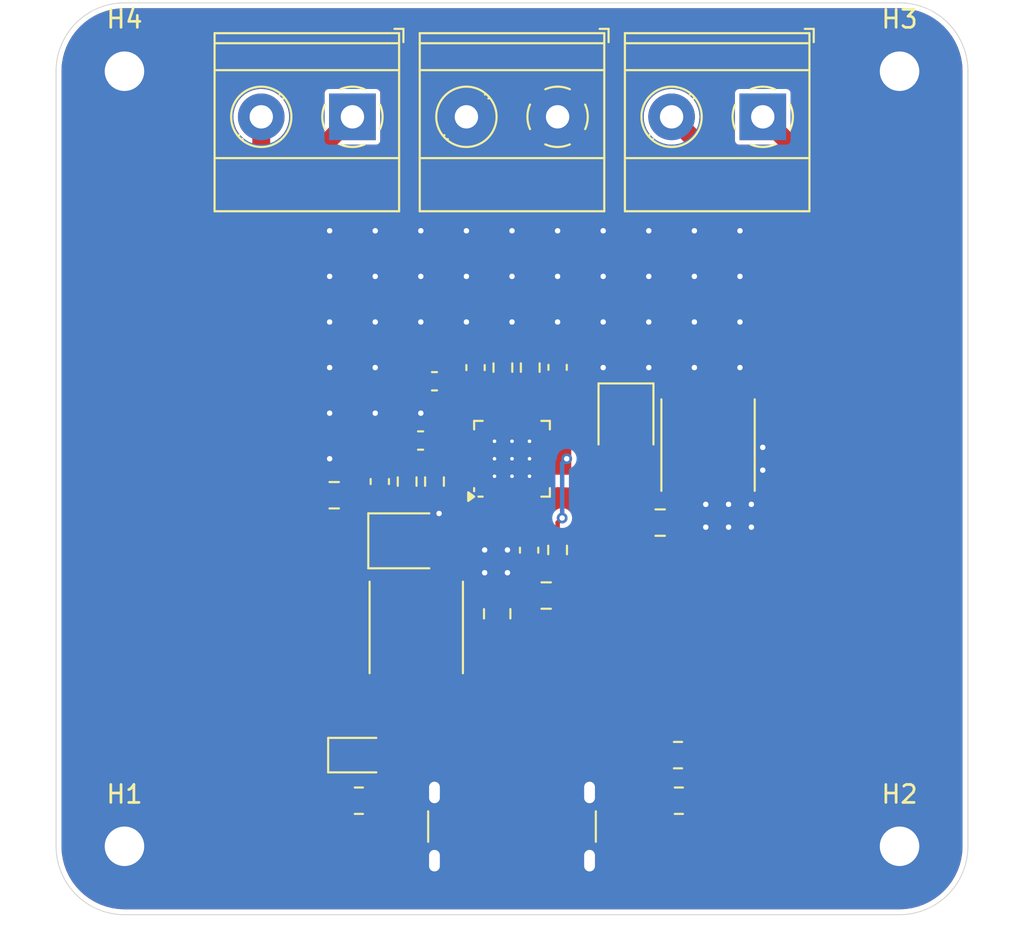
<source format=kicad_pcb>
(kicad_pcb (version 20240108) (generator "pcbnew") (generator_version "8.0")
  (layers (0 "F.Cu" signal) (31 "B.Cu" signal) (34 "B.Paste" user) (35 "F.Paste" user) (36 "B.SilkS" user "B.Silkscreen") (37 "F.SilkS" user "F.Silkscreen") (38 "B.Mask" user) (39 "F.Mask" user) (44 "Edge.Cuts" user))
  (net 0 "")
  (net 1 "VBUS")
  (net 2 "GND")
  (net 3 "+15V")
  (net 4 "-15V")
  (net 5 "Net-(U1-CP)")
  (net 6 "Net-(U1-CN)")
  (net 7 "Net-(U1-VREF)")
  (net 8 "Net-(U1-FBP)")
  (net 9 "Net-(U1-FBN)")
  (net 10 "/inp")
  (net 11 "/outn")
  (net 12 "Net-(D3-K)")
  (net 13 "Net-(J1-CC1)")
  (net 14 "Net-(J1-CC2)")
  (net 18 "/enn")
  (footprint "MountingHole:MountingHole_2.2mm_M2_DIN965_Pad_TopBottom" (layer "F.Cu") (at 130.81 123.19)
    (property "Reference" "H1" (at 0 -2.9 0) (layer "F.SilkS"))
    (property "Value" "MountingHole_Pad")
    (pad "1" thru_hole circle (at 0 0) (size 2.6 2.6) (drill 2.2) (layers "*.Cu" "*.Mask") (net 2 "GND"))
    (pad "1" connect circle (at 0 0) (size 3.8 3.8) (layers "F.Cu" "F.Mask") (net 2 "GND"))
    (pad "1" connect circle (at 0 0) (size 3.8 3.8) (layers "B.Cu" "B.Mask") (net 2 "GND"))
  )
  (footprint "Resistor_SMD:R_0603_1608Metric" (layer "F.Cu") (at 153.416 96.52 -90)
    (property "Reference" "R3" (hide yes))
    (property "Value" "1M3")
    (fp_line (start -0.237258 0.5225) (end 0.237258 0.5225) (stroke (width 0.12)) (layer "F.SilkS"))
    (fp_line (start -0.237258 -0.5225) (end 0.237258 -0.5225) (stroke (width 0.12)) (layer "F.SilkS"))
    (pad "1" smd roundrect (at -0.825 0 270) (size 0.8 0.95) (layers "F.Cu" "F.Paste" "F.Mask") (net 9 "Net-(U1-FBN)"))
    (pad "2" smd roundrect (at 0.825 0 270) (size 0.8 0.95) (layers "F.Cu" "F.Paste" "F.Mask") (net 4 "-15V"))
  )
  (footprint "Capacitor_SMD:C_0805_2012Metric" (layer "F.Cu") (at 142.494 103.632 180)
    (property "Reference" "C4" (hide yes))
    (property "Value" "22u")
    (fp_line (start -0.261252 0.735) (end 0.261252 0.735) (stroke (width 0.12)) (layer "F.SilkS"))
    (fp_line (start -0.261252 -0.735) (end 0.261252 -0.735) (stroke (width 0.12)) (layer "F.SilkS"))
    (pad "1" smd roundrect (at -0.95 0 180) (size 1 1.45) (layers "F.Cu" "F.Paste" "F.Mask") (net 3 "+15V"))
    (pad "2" smd roundrect (at 0.95 0 180) (size 1 1.45) (layers "F.Cu" "F.Paste" "F.Mask") (net 2 "GND"))
  )
  (footprint "Inductor_SMD:L_Taiyo-Yuden_MD-5050" (layer "F.Cu") (at 163.322 100.838 -90)
    (property "Reference" "L2" (hide yes))
    (property "Value" "6u8")
    (fp_line (start -2.55 2.6) (end 2.55 2.6) (stroke (width 0.12)) (layer "F.SilkS"))
    (fp_line (start -2.55 -2.6) (end 2.55 -2.6) (stroke (width 0.12)) (layer "F.SilkS"))
    (pad "1" smd rect (at -1.8 0 270) (size 1.5 4.2) (layers "F.Cu" "F.Paste" "F.Mask") (net 11 "/outn"))
    (pad "2" smd rect (at 1.8 0 270) (size 1.5 4.2) (layers "F.Cu" "F.Paste" "F.Mask") (net 2 "GND"))
  )
  (footprint "Resistor_SMD:R_0603_1608Metric" (layer "F.Cu") (at 148.082 102.87 -90)
    (property "Reference" "R2" (hide yes))
    (property "Value" "150k")
    (fp_line (start -0.237258 0.5225) (end 0.237258 0.5225) (stroke (width 0.12)) (layer "F.SilkS"))
    (fp_line (start -0.237258 -0.5225) (end 0.237258 -0.5225) (stroke (width 0.12)) (layer "F.SilkS"))
    (pad "1" smd roundrect (at -0.825 0 270) (size 0.8 0.95) (layers "F.Cu" "F.Paste" "F.Mask") (net 8 "Net-(U1-FBP)"))
    (pad "2" smd roundrect (at 0.825 0 270) (size 0.8 0.95) (layers "F.Cu" "F.Paste" "F.Mask") (net 2 "GND"))
  )
  (footprint "Diode_SMD:D_SMP_DO-220AA" (layer "F.Cu") (at 158.75 99.6935 -90)
    (property "Reference" "D2" (hide yes))
    (property "Value" "D_Schottky")
    (fp_line (start -2.29 1.53) (end 1.11 1.53) (stroke (width 0.12)) (layer "F.SilkS"))
    (fp_line (start -2.29 -1.53) (end -2.29 1.53) (stroke (width 0.12)) (layer "F.SilkS"))
    (fp_line (start -2.29 -1.53) (end 1.11 -1.53) (stroke (width 0.12)) (layer "F.SilkS"))
    (pad "1" smd roundrect (at -0.6985 0 270) (size 2.67 2.54) (layers "F.Cu" "F.Paste" "F.Mask") (roundrect_rratio 0.05) (net 11 "/outn"))
    (pad "2" smd roundrect (at 1.6525 0 270) (size 0.762 1.27) (layers "F.Cu" "F.Paste" "F.Mask") (roundrect_rratio 0.1) (net 4 "-15V"))
  )
  (footprint "Diode_SMD:D_SMP_DO-220AA" (layer "F.Cu") (at 146.6835 106.172)
    (property "Reference" "D1" (hide yes))
    (property "Value" "D_Schottky")
    (fp_line (start -2.29 -1.53) (end -2.29 1.53) (stroke (width 0.12)) (layer "F.SilkS"))
    (fp_line (start -2.29 -1.53) (end 1.11 -1.53) (stroke (width 0.12)) (layer "F.SilkS"))
    (fp_line (start -2.29 1.53) (end 1.11 1.53) (stroke (width 0.12)) (layer "F.SilkS"))
    (pad "1" smd roundrect (at -0.6985 0) (size 2.67 2.54) (layers "F.Cu" "F.Paste" "F.Mask") (roundrect_rratio 0.05) (net 3 "+15V"))
    (pad "2" smd roundrect (at 1.6525 0) (size 0.762 1.27) (layers "F.Cu" "F.Paste" "F.Mask") (roundrect_rratio 0.1) (net 10 "/inp"))
  )
  (footprint "Resistor_SMD:R_0603_1608Metric" (layer "F.Cu") (at 151.892 96.52 -90)
    (property "Reference" "R4" (hide yes))
    (property "Value" "105k")
    (fp_line (start -0.237258 0.5225) (end 0.237258 0.5225) (stroke (width 0.12)) (layer "F.SilkS"))
    (fp_line (start -0.237258 -0.5225) (end 0.237258 -0.5225) (stroke (width 0.12)) (layer "F.SilkS"))
    (pad "1" smd roundrect (at -0.825 0 270) (size 0.8 0.95) (layers "F.Cu" "F.Paste" "F.Mask") (net 7 "Net-(U1-VREF)"))
    (pad "2" smd roundrect (at 0.825 0 270) (size 0.8 0.95) (layers "F.Cu" "F.Paste" "F.Mask") (net 9 "Net-(U1-FBN)"))
  )
  (footprint "TerminalBlock_Phoenix:TerminalBlock_Phoenix_MKDS-1,5-2-5.08_1x02_P5.08mm_Horizontal" (layer "F.Cu") (at 166.37 82.55 180)
    (property "Reference" "J4" (hide yes))
    (property "Value" "Screw_Terminal_01x02")
    (fp_line (start 7.68 -5.261) (end 7.68 4.66) (stroke (width 0.12)) (layer "F.SilkS"))
    (fp_line (start 6.355 -1.069) (end 6.308 -1.023) (stroke (width 0.12)) (layer "F.SilkS"))
    (fp_line (start 6.15 -1.275) (end 6.115 -1.239) (stroke (width 0.12)) (layer "F.SilkS"))
    (fp_line (start 4.046 1.239) (end 4.011 1.274) (stroke (width 0.12)) (layer "F.SilkS"))
    (fp_line (start 3.853 1.023) (end 3.806 1.069) (stroke (width 0.12)) (layer "F.SilkS"))
    (fp_line (start -2.6 4.66) (end 7.68 4.66) (stroke (width 0.12)) (layer "F.SilkS"))
    (fp_line (start -2.6 4.1) (end 7.68 4.1) (stroke (width 0.12)) (layer "F.SilkS"))
    (fp_line (start -2.6 2.6) (end 7.68 2.6) (stroke (width 0.12)) (layer "F.SilkS"))
    (fp_line (start -2.6 -2.301) (end 7.68 -2.301) (stroke (width 0.12)) (layer "F.SilkS"))
    (fp_line (start -2.6 -5.261) (end 7.68 -5.261) (stroke (width 0.12)) (layer "F.SilkS"))
    (fp_line (start -2.6 -5.261) (end -2.6 4.66) (stroke (width 0.12)) (layer "F.SilkS"))
    (fp_line (start -2.84 4.9) (end -2.34 4.9) (stroke (width 0.12)) (layer "F.SilkS"))
    (fp_line (start -2.84 4.16) (end -2.84 4.9) (stroke (width 0.12)) (layer "F.SilkS"))
    (fp_arc (start 1.535427 -0.683042) (mid 1.680501 0.000524) (end 1.535 0.684) (stroke (width 0.12)) (layer "F.SilkS"))
    (fp_arc (start 0.683318 1.534756) (mid 0.349292 1.643288) (end 0 1.68) (stroke (width 0.12)) (layer "F.SilkS"))
    (fp_arc (start 0.028805 1.680253) (mid -0.335551 1.646659) (end -0.684 1.535) (stroke (width 0.12)) (layer "F.SilkS"))
    (fp_arc (start -0.683042 -1.535427) (mid 0.000524 -1.680501) (end 0.684 -1.535) (stroke (width 0.12)) (layer "F.SilkS"))
    (fp_arc (start -1.535427 0.683042) (mid -1.680501 -0.000524) (end -1.535 -0.684) (stroke (width 0.12)) (layer "F.SilkS"))
    (fp_circle (center 5.08 0) (end 6.76 0) (stroke (width 0.12)) (fill none) (layer "F.SilkS"))
    (pad "1" thru_hole rect (at 0 0 180) (size 2.6 2.6) (drill 1.3) (layers "*.Cu" "*.Mask") (net 4 "-15V"))
    (pad "2" thru_hole circle (at 5.08 0 180) (size 2.6 2.6) (drill 1.3) (layers "*.Cu" "*.Mask") (net 4 "-15V"))
  )
  (footprint "Capacitor_SMD:C_0603_1608Metric" (layer "F.Cu") (at 153.353 106.693 -90)
    (property "Reference" "C3" (hide yes))
    (property "Value" "100n")
    (fp_line (start -0.14058 0.51) (end 0.14058 0.51) (stroke (width 0.12)) (layer "F.SilkS"))
    (fp_line (start -0.14058 -0.51) (end 0.14058 -0.51) (stroke (width 0.12)) (layer "F.SilkS"))
    (pad "1" smd roundrect (at -0.775 0 270) (size 0.9 0.95) (layers "F.Cu" "F.Paste" "F.Mask") (net 18 "/enn"))
    (pad "2" smd roundrect (at 0.775 0 270) (size 0.9 0.95) (layers "F.Cu" "F.Paste" "F.Mask") (net 2 "GND"))
  )
  (footprint "MountingHole:MountingHole_2.2mm_M2_DIN965_Pad_TopBottom" (layer "F.Cu") (at 130.81 80.01)
    (property "Reference" "H4" (at 0 -2.9 0) (layer "F.SilkS"))
    (property "Value" "MountingHole_Pad")
    (pad "1" thru_hole circle (at 0 0) (size 2.6 2.6) (drill 2.2) (layers "*.Cu" "*.Mask") (net 2 "GND"))
    (pad "1" connect circle (at 0 0) (size 3.8 3.8) (layers "F.Cu" "F.Mask") (net 2 "GND"))
    (pad "1" connect circle (at 0 0) (size 3.8 3.8) (layers "B.Cu" "B.Mask") (net 2 "GND"))
  )
  (footprint "Capacitor_SMD:C_0805_2012Metric" (layer "F.Cu") (at 160.655 105.156)
    (property "Reference" "C5" (hide yes))
    (property "Value" "22u")
    (fp_line (start -0.261252 -0.735) (end 0.261252 -0.735) (stroke (width 0.12)) (layer "F.SilkS"))
    (fp_line (start -0.261252 0.735) (end 0.261252 0.735) (stroke (width 0.12)) (layer "F.SilkS"))
    (pad "1" smd roundrect (at -0.95 0) (size 1 1.45) (layers "F.Cu" "F.Paste" "F.Mask") (net 4 "-15V"))
    (pad "2" smd roundrect (at 0.95 0) (size 1 1.45) (layers "F.Cu" "F.Paste" "F.Mask") (net 2 "GND"))
  )
  (footprint "Resistor_SMD:R_0805_2012Metric" (layer "F.Cu") (at 143.8675 120.65 180)
    (property "Reference" "R10" (hide yes))
    (property "Value" "5k1")
    (fp_line (start -0.227064 0.735) (end 0.227064 0.735) (stroke (width 0.12)) (layer "F.SilkS"))
    (fp_line (start -0.227064 -0.735) (end 0.227064 -0.735) (stroke (width 0.12)) (layer "F.SilkS"))
    (pad "1" smd roundrect (at -0.9125 0 180) (size 1.025 1.4) (layers "F.Cu" "F.Paste" "F.Mask") (roundrect_rratio 0.243902) (net 2 "GND"))
    (pad "2" smd roundrect (at 0.9125 0 180) (size 1.025 1.4) (layers "F.Cu" "F.Paste" "F.Mask") (roundrect_rratio 0.243902) (net 12 "Net-(D3-K)"))
  )
  (footprint "Capacitor_SMD:C_0603_1608Metric" (layer "F.Cu") (at 154.94 96.507 -90)
    (property "Reference" "C10" (hide yes))
    (property "Value" "5p8")
    (fp_line (start -0.14058 0.51) (end 0.14058 0.51) (stroke (width 0.12)) (layer "F.SilkS"))
    (fp_line (start -0.14058 -0.51) (end 0.14058 -0.51) (stroke (width 0.12)) (layer "F.SilkS"))
    (pad "1" smd roundrect (at -0.775 0 270) (size 0.9 0.95) (layers "F.Cu" "F.Paste" "F.Mask") (net 9 "Net-(U1-FBN)"))
    (pad "2" smd roundrect (at 0.775 0 270) (size 0.9 0.95) (layers "F.Cu" "F.Paste" "F.Mask") (net 4 "-15V"))
  )
  (footprint "Package_DFN_QFN:VQFN-24-1EP_4x4mm_P0.5mm_EP2.45x2.45mm_ThermalVias" (layer "F.Cu") (at 152.4 101.6 90)
    (property "Reference" "U1" (hide yes))
    (property "Value" "TPS65131RGE")
    (fp_line (start 2.11 -2.11) (end 2.11 -1.635) (stroke (width 0.12)) (layer "F.SilkS"))
    (fp_line (start 1.635 -2.11) (end 2.11 -2.11) (stroke (width 0.12)) (layer "F.SilkS"))
    (fp_line (start -1.635 -2.11) (end -1.81 -2.11) (stroke (width 0.12)) (layer "F.SilkS"))
    (fp_line (start -2.11 -1.635) (end -2.11 -1.87) (stroke (width 0.12)) (layer "F.SilkS"))
    (fp_line (start 2.11 2.11) (end 2.11 1.635) (stroke (width 0.12)) (layer "F.SilkS"))
    (fp_line (start 1.635 2.11) (end 2.11 2.11) (stroke (width 0.12)) (layer "F.SilkS"))
    (fp_line (start -1.635 2.11) (end -2.11 2.11) (stroke (width 0.12)) (layer "F.SilkS"))
    (fp_line (start -2.11 2.11) (end -2.11 1.635) (stroke (width 0.12)) (layer "F.SilkS"))
    (fp_poly (pts (xy -2.11 -2.11) (xy -2.35 -2.44) (xy -1.87 -2.44) (xy -2.11 -2.11)) (stroke (width 0.12)) (fill solid) (layer "F.SilkS"))
    (pad "1" smd roundrect (at -1.9875 -1.25 90) (size 0.775 0.25) (layers "F.Cu" "F.Paste" "F.Mask") (net 10 "/inp"))
    (pad "2" smd roundrect (at -1.9875 -0.75 90) (size 0.775 0.25) (layers "F.Cu" "F.Paste" "F.Mask") (net 2 "GND"))
    (pad "3" smd roundrect (at -1.9875 -0.25 90) (size 0.775 0.25) (layers "F.Cu" "F.Paste" "F.Mask") (net 2 "GND"))
    (pad "4" smd roundrect (at -1.9875 0.25 90) (size 0.775 0.25) (layers "F.Cu" "F.Paste" "F.Mask") (net 18 "/enn"))
    (pad "5" smd roundrect (at -1.9875 0.75 90) (size 0.775 0.25) (layers "F.Cu" "F.Paste" "F.Mask") (net 1 "VBUS"))
    (pad "6" smd roundrect (at -1.9875 1.25 90) (size 0.775 0.25) (layers "F.Cu" "F.Paste" "F.Mask") (net 1 "VBUS"))
    (pad "7" smd roundrect (at -1.25 1.9875 90) (size 0.25 0.775) (layers "F.Cu" "F.Paste" "F.Mask"))
    (pad "8" smd roundrect (at -0.75 1.9875 90) (size 0.25 0.775) (layers "F.Cu" "F.Paste" "F.Mask") (net 18 "/enn"))
    (pad "9" smd roundrect (at -0.25 1.9875 90) (size 0.25 0.775) (layers "F.Cu" "F.Paste" "F.Mask") (net 18 "/enn"))
    (pad "10" smd roundrect (at 0.25 1.9875 90) (size 0.25 0.775) (layers "F.Cu" "F.Paste" "F.Mask") (net 18 "/enn"))
    (pad "11" smd roundrect (at 0.75 1.9875 90) (size 0.25 0.775) (layers "F.Cu" "F.Paste" "F.Mask") (net 18 "/enn"))
    (pad "12" smd roundrect (at 1.25 1.9875 90) (size 0.25 0.775) (layers "F.Cu" "F.Paste" "F.Mask"))
    (pad "13" smd roundrect (at 1.9875 1.25 90) (size 0.775 0.25) (layers "F.Cu" "F.Paste" "F.Mask") (net 11 "/outn"))
    (pad "14" smd roundrect (at 1.9875 0.75 90) (size 0.775 0.25) (layers "F.Cu" "F.Paste" "F.Mask") (net 11 "/outn"))
    (pad "15" smd roundrect (at 1.9875 0.25 90) (size 0.775 0.25) (layers "F.Cu" "F.Paste" "F.Mask") (net 4 "-15V"))
    (pad "16" smd roundrect (at 1.9875 -0.25 90) (size 0.775 0.25) (layers "F.Cu" "F.Paste" "F.Mask") (net 9 "Net-(U1-FBN)"))
    (pad "17" smd roundrect (at 1.9875 -0.75 90) (size 0.775 0.25) (layers "F.Cu" "F.Paste" "F.Mask") (net 7 "Net-(U1-VREF)"))
    (pad "18" smd roundrect (at 1.9875 -1.25 90) (size 0.775 0.25) (layers "F.Cu" "F.Paste" "F.Mask") (net 6 "Net-(U1-CN)"))
    (pad "19" smd roundrect (at 1.25 -1.9875 90) (size 0.25 0.775) (layers "F.Cu" "F.Paste" "F.Mask") (net 2 "GND"))
    (pad "20" smd roundrect (at 0.75 -1.9875 90) (size 0.25 0.775) (layers "F.Cu" "F.Paste" "F.Mask"))
    (pad "21" smd roundrect (at 0.25 -1.9875 90) (size 0.25 0.775) (layers "F.Cu" "F.Paste" "F.Mask") (net 5 "Net-(U1-CP)"))
    (pad "22" smd roundrect (at -0.25 -1.9875 90) (size 0.25 0.775) (layers "F.Cu" "F.Paste" "F.Mask") (net 8 "Net-(U1-FBP)"))
    (pad "23" smd roundrect (at -0.75 -1.9875 90) (size 0.25 0.775) (layers "F.Cu" "F.Paste" "F.Mask") (net 3 "+15V"))
    (pad "24" smd roundrect (at -1.25 -1.9875 90) (size 0.25 0.775) (layers "F.Cu" "F.Paste" "F.Mask") (net 10 "/inp"))
    (pad "25" thru_hole circle (at -0.975 -0.975 90) (size 0.5 0.5) (drill 0.2) (property pad_prop_heatsink) (layers "*.Cu") (net 2 "GND"))
    (pad "25" thru_hole circle (at -0.975 0 90) (size 0.5 0.5) (drill 0.2) (property pad_prop_heatsink) (layers "*.Cu") (net 2 "GND"))
    (pad "25" thru_hole circle (at -0.975 0.975 90) (size 0.5 0.5) (drill 0.2) (property pad_prop_heatsink) (layers "*.Cu") (net 2 "GND"))
    (pad "25" thru_hole circle (at 0 -0.975 90) (size 0.5 0.5) (drill 0.2) (property pad_prop_heatsink) (layers "*.Cu") (net 2 "GND"))
    (pad "25" thru_hole circle (at 0 0 90) (size 0.5 0.5) (drill 0.2) (property pad_prop_heatsink) (layers "*.Cu") (net 2 "GND"))
    (pad "25" smd rect (at 0 0 90) (size 2.45 2.45) (property pad_prop_heatsink) (layers "F.Cu" "F.Mask") (net 2 "GND"))
    (pad "25" smd rect (at 0 0 90) (size 2.45 2.45) (property pad_prop_heatsink) (layers "B.Cu") (net 2 "GND"))
    (pad "25" thru_hole circle (at 0 0.975 90) (size 0.5 0.5) (drill 0.2) (property pad_prop_heatsink) (layers "*.Cu") (net 2 "GND"))
    (pad "25" thru_hole circle (at 0.975 -0.975 90) (size 0.5 0.5) (drill 0.2) (property pad_prop_heatsink) (layers "*.Cu") (net 2 "GND"))
    (pad "25" thru_hole circle (at 0.975 0 90) (size 0.5 0.5) (drill 0.2) (property pad_prop_heatsink) (layers "*.Cu") (net 2 "GND"))
    (pad "25" thru_hole circle (at 0.975 0.975 90) (size 0.5 0.5) (drill 0.2) (property pad_prop_heatsink) (layers "*.Cu") (net 2 "GND"))
  )
  (footprint "Inductor_SMD:L_Taiyo-Yuden_MD-5050" (layer "F.Cu") (at 147.066 110.998 90)
    (property "Reference" "L1" (hide yes))
    (property "Value" "6u8")
    (fp_line (start -2.55 -2.6) (end 2.55 -2.6) (stroke (width 0.12)) (layer "F.SilkS"))
    (fp_line (start -2.55 2.6) (end 2.55 2.6) (stroke (width 0.12)) (layer "F.SilkS"))
    (pad "1" smd rect (at -1.8 0 90) (size 1.5 4.2) (layers "F.Cu" "F.Paste" "F.Mask") (net 1 "VBUS"))
    (pad "2" smd rect (at 1.8 0 90) (size 1.5 4.2) (layers "F.Cu" "F.Paste" "F.Mask") (net 10 "/inp"))
  )
  (footprint "Capacitor_SMD:C_0603_1608Metric" (layer "F.Cu") (at 150.368 96.52 90)
    (property "Reference" "C8" (hide yes))
    (property "Value" "220n")
    (fp_line (start -0.14058 -0.51) (end 0.14058 -0.51) (stroke (width 0.12)) (layer "F.SilkS"))
    (fp_line (start -0.14058 0.51) (end 0.14058 0.51) (stroke (width 0.12)) (layer "F.SilkS"))
    (pad "1" smd roundrect (at -0.775 0 90) (size 0.9 0.95) (layers "F.Cu" "F.Paste" "F.Mask") (net 7 "Net-(U1-VREF)"))
    (pad "2" smd roundrect (at 0.775 0 90) (size 0.9 0.95) (layers "F.Cu" "F.Paste" "F.Mask") (net 2 "GND"))
  )
  (footprint "Capacitor_SMD:C_0603_1608Metric" (layer "F.Cu") (at 147.307 100.584 180)
    (property "Reference" "C6" (hide yes))
    (property "Value" "10n")
    (fp_line (start -0.14058 0.51) (end 0.14058 0.51) (stroke (width 0.12)) (layer "F.SilkS"))
    (fp_line (start -0.14058 -0.51) (end 0.14058 -0.51) (stroke (width 0.12)) (layer "F.SilkS"))
    (pad "1" smd roundrect (at -0.775 0 180) (size 0.9 0.95) (layers "F.Cu" "F.Paste" "F.Mask") (net 5 "Net-(U1-CP)"))
    (pad "2" smd roundrect (at 0.775 0 180) (size 0.9 0.95) (layers "F.Cu" "F.Paste" "F.Mask") (net 2 "GND"))
  )
  (footprint "Capacitor_SMD:C_0603_1608Metric" (layer "F.Cu") (at 148.082 97.282 180)
    (property "Reference" "C7" (hide yes))
    (property "Value" "4.7n")
    (fp_line (start -0.14058 0.51) (end 0.14058 0.51) (stroke (width 0.12)) (layer "F.SilkS"))
    (fp_line (start -0.14058 -0.51) (end 0.14058 -0.51) (stroke (width 0.12)) (layer "F.SilkS"))
    (pad "1" smd roundrect (at -0.775 0 180) (size 0.9 0.95) (layers "F.Cu" "F.Paste" "F.Mask") (net 6 "Net-(U1-CN)"))
    (pad "2" smd roundrect (at 0.775 0 180) (size 0.9 0.95) (layers "F.Cu" "F.Paste" "F.Mask") (net 2 "GND"))
  )
  (footprint "Resistor_SMD:R_0603_1608Metric" (layer "F.Cu") (at 154.94 106.68 90)
    (property "Reference" "R7" (hide yes))
    (property "Value" "100")
    (fp_line (start -0.237258 -0.5225) (end 0.237258 -0.5225) (stroke (width 0.12)) (layer "F.SilkS"))
    (fp_line (start -0.237258 0.5225) (end 0.237258 0.5225) (stroke (width 0.12)) (layer "F.SilkS"))
    (pad "1" smd roundrect (at -0.825 0 90) (size 0.8 0.95) (layers "F.Cu" "F.Paste" "F.Mask") (net 1 "VBUS"))
    (pad "2" smd roundrect (at 0.825 0 90) (size 0.8 0.95) (layers "F.Cu" "F.Paste" "F.Mask") (net 18 "/enn"))
  )
  (footprint "LED_SMD:LED_0805_2012Metric" (layer "F.Cu") (at 143.8425 118.11)
    (property "Reference" "D3" (hide yes))
    (property "Value" "LED")
    (fp_line (start -1.685 -0.96) (end -1.685 0.96) (stroke (width 0.12)) (layer "F.SilkS"))
    (fp_line (start -1.685 0.96) (end 1 0.96) (stroke (width 0.12)) (layer "F.SilkS"))
    (fp_line (start 1 -0.96) (end -1.685 -0.96) (stroke (width 0.12)) (layer "F.SilkS"))
    (pad "1" smd roundrect (at -0.9375 0) (size 0.975 1.4) (layers "F.Cu" "F.Paste" "F.Mask") (net 12 "Net-(D3-K)"))
    (pad "2" smd roundrect (at 0.9375 0) (size 0.975 1.4) (layers "F.Cu" "F.Paste" "F.Mask") (net 1 "VBUS"))
  )
  (footprint "Resistor_SMD:R_0603_1608Metric" (layer "F.Cu") (at 146.558 102.87 90)
    (property "Reference" "R1" (hide yes))
    (property "Value" "1M7")
    (fp_line (start -0.237258 -0.5225) (end 0.237258 -0.5225) (stroke (width 0.12)) (layer "F.SilkS"))
    (fp_line (start -0.237258 0.5225) (end 0.237258 0.5225) (stroke (width 0.12)) (layer "F.SilkS"))
    (pad "1" smd roundrect (at -0.825 0 90) (size 0.8 0.95) (layers "F.Cu" "F.Paste" "F.Mask") (net 3 "+15V"))
    (pad "2" smd roundrect (at 0.825 0 90) (size 0.8 0.95) (layers "F.Cu" "F.Paste" "F.Mask") (net 8 "Net-(U1-FBP)"))
  )
  (footprint "Resistor_SMD:R_0805_2012Metric" (layer "F.Cu") (at 161.6945 120.65)
    (property "Reference" "R9" (hide yes))
    (property "Value" "5k1")
    (fp_line (start -0.227064 -0.735) (end 0.227064 -0.735) (stroke (width 0.12)) (layer "F.SilkS"))
    (fp_line (start -0.227064 0.735) (end 0.227064 0.735) (stroke (width 0.12)) (layer "F.SilkS"))
    (pad "1" smd roundrect (at -0.9125 0) (size 1.025 1.4) (layers "F.Cu" "F.Paste" "F.Mask") (roundrect_rratio 0.243902) (net 13 "Net-(J1-CC1)"))
    (pad "2" smd roundrect (at 0.9125 0) (size 1.025 1.4) (layers "F.Cu" "F.Paste" "F.Mask") (roundrect_rratio 0.243902) (net 2 "GND"))
  )
  (footprint "Capacitor_SMD:C_0805_2012Metric" (layer "F.Cu") (at 154.303 109.22 180)
    (property "Reference" "C2" (hide yes))
    (property "Value" "4u7")
    (fp_line (start -0.261252 0.735) (end 0.261252 0.735) (stroke (width 0.12)) (layer "F.SilkS"))
    (fp_line (start -0.261252 -0.735) (end 0.261252 -0.735) (stroke (width 0.12)) (layer "F.SilkS"))
    (pad "1" smd roundrect (at -0.95 0 180) (size 1 1.45) (layers "F.Cu" "F.Paste" "F.Mask") (net 1 "VBUS"))
    (pad "2" smd roundrect (at 0.95 0 180) (size 1 1.45) (layers "F.Cu" "F.Paste" "F.Mask") (net 2 "GND"))
  )
  (footprint "Capacitor_SMD:C_0603_1608Metric" (layer "F.Cu") (at 145.034 102.87 90)
    (property "Reference" "C9" (hide yes))
    (property "Value" "4p")
    (fp_line (start -0.14058 -0.51) (end 0.14058 -0.51) (stroke (width 0.12)) (layer "F.SilkS"))
    (fp_line (start -0.14058 0.51) (end 0.14058 0.51) (stroke (width 0.12)) (layer "F.SilkS"))
    (pad "1" smd roundrect (at -0.775 0 90) (size 0.9 0.95) (layers "F.Cu" "F.Paste" "F.Mask") (net 3 "+15V"))
    (pad "2" smd roundrect (at 0.775 0 90) (size 0.9 0.95) (layers "F.Cu" "F.Paste" "F.Mask") (net 8 "Net-(U1-FBP)"))
  )
  (footprint "MountingHole:MountingHole_2.2mm_M2_DIN965_Pad_TopBottom" (layer "F.Cu") (at 173.99 80.01)
    (property "Reference" "H3" (at 0 -2.9 0) (layer "F.SilkS"))
    (property "Value" "MountingHole_Pad")
    (pad "1" thru_hole circle (at 0 0) (size 2.6 2.6) (drill 2.2) (layers "*.Cu" "*.Mask") (net 2 "GND"))
    (pad "1" connect circle (at 0 0) (size 3.8 3.8) (layers "F.Cu" "F.Mask") (net 2 "GND"))
    (pad "1" connect circle (at 0 0) (size 3.8 3.8) (layers "B.Cu" "B.Mask") (net 2 "GND"))
  )
  (footprint "Capacitor_SMD:C_0805_2012Metric" (layer "F.Cu") (at 151.575 110.236 90)
    (property "Reference" "C1" (hide yes))
    (property "Value" "4u7")
    (fp_line (start -0.261252 -0.735) (end 0.261252 -0.735) (stroke (width 0.12)) (layer "F.SilkS"))
    (fp_line (start -0.261252 0.735) (end 0.261252 0.735) (stroke (width 0.12)) (layer "F.SilkS"))
    (pad "1" smd roundrect (at -0.95 0 90) (size 1 1.45) (layers "F.Cu" "F.Paste" "F.Mask") (net 1 "VBUS"))
    (pad "2" smd roundrect (at 0.95 0 90) (size 1 1.45) (layers "F.Cu" "F.Paste" "F.Mask") (net 2 "GND"))
  )
  (footprint "TerminalBlock_Phoenix:TerminalBlock_Phoenix_MKDS-1,5-2-5.08_1x02_P5.08mm_Horizontal" (layer "F.Cu") (at 143.51 82.55 180)
    (property "Reference" "J2" (hide yes))
    (property "Value" "Screw_Terminal_01x02")
    (fp_line (start 7.68 -5.261) (end 7.68 4.66) (stroke (width 0.12)) (layer "F.SilkS"))
    (fp_line (start 6.355 -1.069) (end 6.308 -1.023) (stroke (width 0.12)) (layer "F.SilkS"))
    (fp_line (start 6.15 -1.275) (end 6.115 -1.239) (stroke (width 0.12)) (layer "F.SilkS"))
    (fp_line (start 4.046 1.239) (end 4.011 1.274) (stroke (width 0.12)) (layer "F.SilkS"))
    (fp_line (start 3.853 1.023) (end 3.806 1.069) (stroke (width 0.12)) (layer "F.SilkS"))
    (fp_line (start -2.6 4.66) (end 7.68 4.66) (stroke (width 0.12)) (layer "F.SilkS"))
    (fp_line (start -2.6 4.1) (end 7.68 4.1) (stroke (width 0.12)) (layer "F.SilkS"))
    (fp_line (start -2.6 2.6) (end 7.68 2.6) (stroke (width 0.12)) (layer "F.SilkS"))
    (fp_line (start -2.6 -2.301) (end 7.68 -2.301) (stroke (width 0.12)) (layer "F.SilkS"))
    (fp_line (start -2.6 -5.261) (end 7.68 -5.261) (stroke (width 0.12)) (layer "F.SilkS"))
    (fp_line (start -2.6 -5.261) (end -2.6 4.66) (stroke (width 0.12)) (layer "F.SilkS"))
    (fp_line (start -2.84 4.9) (end -2.34 4.9) (stroke (width 0.12)) (layer "F.SilkS"))
    (fp_line (start -2.84 4.16) (end -2.84 4.9) (stroke (width 0.12)) (layer "F.SilkS"))
    (fp_arc (start 1.535427 -0.683042) (mid 1.680501 0.000524) (end 1.535 0.684) (stroke (width 0.12)) (layer "F.SilkS"))
    (fp_arc (start 0.683318 1.534756) (mid 0.349292 1.643288) (end 0 1.68) (stroke (width 0.12)) (layer "F.SilkS"))
    (fp_arc (start 0.028805 1.680253) (mid -0.335551 1.646659) (end -0.684 1.535) (stroke (width 0.12)) (layer "F.SilkS"))
    (fp_arc (start -0.683042 -1.535427) (mid 0.000524 -1.680501) (end 0.684 -1.535) (stroke (width 0.12)) (layer "F.SilkS"))
    (fp_arc (start -1.535427 0.683042) (mid -1.680501 -0.000524) (end -1.535 -0.684) (stroke (width 0.12)) (layer "F.SilkS"))
    (fp_circle (center 5.08 0) (end 6.76 0) (stroke (width 0.12)) (fill none) (layer "F.SilkS"))
    (pad "1" thru_hole rect (at 0 0 180) (size 2.6 2.6) (drill 1.3) (layers "*.Cu" "*.Mask") (net 3 "+15V"))
    (pad "2" thru_hole circle (at 5.08 0 180) (size 2.6 2.6) (drill 1.3) (layers "*.Cu" "*.Mask") (net 3 "+15V"))
  )
  (footprint "MountingHole:MountingHole_2.2mm_M2_DIN965_Pad_TopBottom" (layer "F.Cu") (at 173.99 123.19)
    (property "Reference" "H2" (at 0 -2.9 0) (layer "F.SilkS"))
    (property "Value" "MountingHole_Pad")
    (pad "1" thru_hole circle (at 0 0) (size 2.6 2.6) (drill 2.2) (layers "*.Cu" "*.Mask") (net 2 "GND"))
    (pad "1" connect circle (at 0 0) (size 3.8 3.8) (layers "F.Cu" "F.Mask") (net 2 "GND"))
    (pad "1" connect circle (at 0 0) (size 3.8 3.8) (layers "B.Cu" "B.Mask") (net 2 "GND"))
  )
  (footprint "Resistor_SMD:R_0805_2012Metric" (layer "F.Cu") (at 161.6475 118.11)
    (property "Reference" "R8" (hide yes))
    (property "Value" "5k1")
    (fp_line (start -0.227064 -0.735) (end 0.227064 -0.735) (stroke (width 0.12)) (layer "F.SilkS"))
    (fp_line (start -0.227064 0.735) (end 0.227064 0.735) (stroke (width 0.12)) (layer "F.SilkS"))
    (pad "1" smd roundrect (at -0.9125 0) (size 1.025 1.4) (layers "F.Cu" "F.Paste" "F.Mask") (roundrect_rratio 0.243902) (net 14 "Net-(J1-CC2)"))
    (pad "2" smd roundrect (at 0.9125 0) (size 1.025 1.4) (layers "F.Cu" "F.Paste" "F.Mask") (roundrect_rratio 0.243902) (net 2 "GND"))
  )
  (footprint "TerminalBlock_Phoenix:TerminalBlock_Phoenix_MKDS-1,5-2-5.08_1x02_P5.08mm_Horizontal" (layer "F.Cu") (at 154.94 82.55 180)
    (property "Reference" "J3" (hide yes))
    (property "Value" "Screw_Terminal_01x02")
    (fp_line (start 7.68 -5.261) (end 7.68 4.66) (stroke (width 0.12)) (layer "F.SilkS"))
    (fp_line (start 6.355 -1.069) (end 6.308 -1.023) (stroke (width 0.12)) (layer "F.SilkS"))
    (fp_line (start 6.15 -1.275) (end 6.115 -1.239) (stroke (width 0.12)) (layer "F.SilkS"))
    (fp_line (start 4.046 1.239) (end 4.011 1.274) (stroke (width 0.12)) (layer "F.SilkS"))
    (fp_line (start 3.853 1.023) (end 3.806 1.069) (stroke (width 0.12)) (layer "F.SilkS"))
    (fp_line (start -2.6 4.66) (end 7.68 4.66) (stroke (width 0.12)) (layer "F.SilkS"))
    (fp_line (start -2.6 4.1) (end 7.68 4.1) (stroke (width 0.12)) (layer "F.SilkS"))
    (fp_line (start -2.6 2.6) (end 7.68 2.6) (stroke (width 0.12)) (layer "F.SilkS"))
    (fp_line (start -2.6 -2.301) (end 7.68 -2.301) (stroke (width 0.12)) (layer "F.SilkS"))
    (fp_line (start -2.6 -5.261) (end 7.68 -5.261) (stroke (width 0.12)) (layer "F.SilkS"))
    (fp_line (start -2.6 -5.261) (end -2.6 4.66) (stroke (width 0.12)) (layer "F.SilkS"))
    (fp_line (start -2.84 4.9) (end -2.34 4.9) (stroke (width 0.12)) (layer "F.SilkS"))
    (fp_line (start -2.84 4.16) (end -2.84 4.9) (stroke (width 0.12)) (layer "F.SilkS"))
    (fp_arc (start 1.535427 -0.683042) (mid 1.680501 0.000524) (end 1.535 0.684) (stroke (width 0.12)) (layer "F.SilkS"))
    (fp_arc (start 0.683318 1.534756) (mid 0.349292 1.643288) (end 0 1.68) (stroke (width 0.12)) (layer "F.SilkS"))
    (fp_arc (start 0.028805 1.680253) (mid -0.335551 1.646659) (end -0.684 1.535) (stroke (width 0.12)) (layer "F.SilkS"))
    (fp_arc (start -0.683042 -1.535427) (mid 0.000524 -1.680501) (end 0.684 -1.535) (stroke (width 0.12)) (layer "F.SilkS"))
    (fp_arc (start -1.535427 0.683042) (mid -1.680501 -0.000524) (end -1.535 -0.684) (stroke (width 0.12)) (layer "F.SilkS"))
    (fp_circle (center 5.08 0) (end 6.76 0) (stroke (width 0.12)) (fill none) (layer "F.SilkS"))
    (pad "1" thru_hole rect (at 0 0 180) (size 2.6 2.6) (drill 1.3) (layers "*.Cu" "*.Mask") (net 2 "GND"))
    (pad "2" thru_hole circle (at 5.08 0 180) (size 2.6 2.6) (drill 1.3) (layers "*.Cu" "*.Mask") (net 2 "GND"))
  )
  (footprint "Connector_USB:USB_C_Receptacle_GCT_USB4125-xx-x_6P_TopMnt_Horizontal" (layer "F.Cu") (at 152.4 123.19)
    (property "Reference" "J1" (hide yes))
    (property "Value" "USB_C_Receptacle_PowerOnly_6P")
    (fp_line (start -4.67 -0.25) (end -4.67 -1.95) (stroke (width 0.12)) (layer "F.SilkS"))
    (fp_line (start 4.67 -0.25) (end 4.67 -1.95) (stroke (width 0.12)) (layer "F.SilkS"))
    (pad "A5" smd roundrect (at -0.5 -3.08) (size 0.7 1.2) (layers "F.Cu" "F.Paste" "F.Mask") (net 13 "Net-(J1-CC1)"))
    (pad "A9" smd roundrect (at 1.52 -3.08 180) (size 0.76 1.2) (layers "F.Cu" "F.Paste" "F.Mask") (net 1 "VBUS"))
    (pad "A12" smd roundrect (at 2.75 -3.08 180) (size 0.8 1.2) (layers "F.Cu" "F.Paste" "F.Mask") (net 2 "GND"))
    (pad "B5" smd roundrect (at 0.5 -3.08 180) (size 0.7 1.2) (layers "F.Cu" "F.Paste" "F.Mask") (net 14 "Net-(J1-CC2)"))
    (pad "B9" smd roundrect (at -1.52 -3.08) (size 0.76 1.2) (layers "F.Cu" "F.Paste" "F.Mask") (net 1 "VBUS"))
    (pad "B12" smd roundrect (at -2.75 -3.08) (size 0.8 1.2) (layers "F.Cu" "F.Paste" "F.Mask") (net 2 "GND"))
    (pad "S1" thru_hole oval (at -4.32 -3) (size 1.1 1.7) (drill oval 0.6 1.2) (layers "*.Cu" "*.Mask" "F.Paste") (net 2 "GND"))
    (pad "S1" thru_hole oval (at -4.32 0.8) (size 1.1 1.7) (drill oval 0.6 1.2) (layers "*.Cu" "*.Mask" "F.Paste") (net 2 "GND"))
    (pad "S1" thru_hole oval (at 4.32 -3) (size 1.1 1.7) (drill oval 0.6 1.2) (layers "*.Cu" "*.Mask" "F.Paste") (net 2 "GND"))
    (pad "S1" thru_hole oval (at 4.32 0.8) (size 1.1 1.7) (drill oval 0.6 1.2) (layers "*.Cu" "*.Mask" "F.Paste") (net 2 "GND"))
  )
  (gr_line (start 127 123.19) (end 127 80.01) (stroke (width 0.05)) (layer "Edge.Cuts"))
  (gr_arc (start 127 80.01) (mid 128.115923 77.315923) (end 130.81 76.2) (stroke (width 0.05)) (layer "Edge.Cuts"))
  (gr_line (start 130.81 76.2) (end 173.99 76.2) (stroke (width 0.05)) (layer "Edge.Cuts"))
  (gr_arc (start 177.8 123.19) (mid 176.684077 125.884077) (end 173.99 127) (stroke (width 0.05)) (layer "Edge.Cuts"))
  (gr_arc (start 173.99 76.2) (mid 176.684077 77.315923) (end 177.8 80.01) (stroke (width 0.05)) (layer "Edge.Cuts"))
  (gr_arc (start 130.81 127) (mid 128.115923 125.884077) (end 127 123.19) (stroke (width 0.05)) (layer "Edge.Cuts"))
  (gr_line (start 177.8 80.01) (end 177.8 123.19) (stroke (width 0.05)) (layer "Edge.Cuts"))
  (gr_line (start 173.99 127) (end 130.81 127) (stroke (width 0.05)) (layer "Edge.Cuts"))
  (segment (start 150.88 120.11) (end 150.88 117.479) (width 0.5) (layer "F.Cu") (net 1))
  (segment (start 144.78 118.11) (end 149.419444 118.11) (width 0.25) (layer "F.Cu") (net 1))
  (segment (start 153.92 120.11) (end 153.92 117.479) (width 0.5) (layer "F.Cu") (net 1))
  (segment (start 150.88 119.570556) (end 150.88 120.11) (width 0.25) (layer "F.Cu") (net 1))
  (segment (start 153.92 117.479) (end 153.924 117.475) (width 0.5) (layer "F.Cu") (net 1))
  (segment (start 150.88 117.479) (end 150.876 117.475) (width 0.5) (layer "F.Cu") (net 1))
  (segment (start 149.419444 118.11) (end 150.88 119.570556) (width 0.25) (layer "F.Cu") (net 1))
  (segment (start 150.4125 100.35) (end 150.879548 100.35) (width 0.25) (layer "F.Cu") (net 2))
  (segment (start 150.904548 100.375) (end 151.175 100.375) (width 0.25) (layer "F.Cu") (net 2))
  (segment (start 150.879548 100.35) (end 150.904548 100.375) (width 0.25) (layer "F.Cu") (net 2))
  (segment (start 151.175 100.375) (end 151.425 100.625) (width 0.25) (layer "F.Cu") (net 2))
  (via (at 160.02 93.98) (size 0.6) (drill 0.3) (layers "F.Cu" "B.Cu") (net 2))
  (via (at 165.1 88.9) (size 0.6) (drill 0.3) (layers "F.Cu" "B.Cu") (net 2))
  (via (at 152.4 88.9) (size 0.6) (drill 0.3) (layers "F.Cu" "B.Cu") (net 2))
  (via (at 148.336 104.648) (size 0.6) (drill 0.3) (layers "F.Cu" "B.Cu") (net 2))
  (via (at 160.02 88.9) (size 0.6) (drill 0.3) (layers "F.Cu" "B.Cu") (net 2))
  (via (at 166.37 102.235) (size 0.6) (drill 0.3) (layers "F.Cu" "B.Cu") (net 2))
  (via (at 165.735 104.14) (size 0.6) (drill 0.3) (layers "F.Cu" "B.Cu") (net 2))
  (via (at 157.48 93.98) (size 0.6) (drill 0.3) (layers "F.Cu" "B.Cu") (net 2))
  (via (at 147.32 88.9) (size 0.6) (drill 0.3) (layers "F.Cu" "B.Cu") (net 2))
  (via (at 157.48 88.9) (size 0.6) (drill 0.3) (layers "F.Cu" "B.Cu") (net 2))
  (via (at 142.24 99.06) (size 0.6) (drill 0.3) (layers "F.Cu" "B.Cu") (net 2))
  (via (at 149.86 91.44) (size 0.6) (drill 0.3) (layers "F.Cu" "B.Cu") (net 2))
  (via (at 164.465 104.14) (size 0.6) (drill 0.3) (layers "F.Cu" "B.Cu") (net 2))
  (via (at 164.465 105.41) (size 0.6) (drill 0.3) (layers "F.Cu" "B.Cu") (net 2))
  (via (at 147.32 93.98) (size 0.6) (drill 0.3) (layers "F.Cu" "B.Cu") (net 2))
  (via (at 162.56 88.9) (size 0.6) (drill 0.3) (layers "F.Cu" "B.Cu") (net 2))
  (via (at 144.78 93.98) (size 0.6) (drill 0.3) (layers "F.Cu" "B.Cu") (net 2))
  (via (at 152.146 107.95) (size 0.6) (drill 0.3) (layers "F.Cu" "B.Cu") (net 2))
  (via (at 150.876 106.68) (size 0.6) (drill 0.3) (layers "F.Cu" "B.Cu") (net 2))
  (via (at 144.78 99.06) (size 0.6) (drill 0.3) (layers "F.Cu" "B.Cu") (net 2))
  (via (at 149.86 93.98) (size 0.6) (drill 0.3) (layers "F.Cu" "B.Cu") (net 2))
  (via (at 160.02 96.52) (size 0.6) (drill 0.3) (layers "F.Cu" "B.Cu") (net 2))
  (via (at 152.146 106.68) (size 0.6) (drill 0.3) (layers "F.Cu" "B.Cu") (net 2))
  (via (at 165.1 93.98) (size 0.6) (drill 0.3) (layers "F.Cu" "B.Cu") (net 2))
  (via (at 154.94 88.9) (size 0.6) (drill 0.3) (layers "F.Cu" "B.Cu") (net 2))
  (via (at 162.56 96.52) (size 0.6) (drill 0.3) (layers "F.Cu" "B.Cu") (net 2))
  (via (at 152.4 93.98) (size 0.6) (drill 0.3) (layers "F.Cu" "B.Cu") (net 2))
  (via (at 160.02 91.44) (size 0.6) (drill 0.3) (layers "F.Cu" "B.Cu") (net 2))
  (via (at 165.1 91.44) (size 0.6) (drill 0.3) (layers "F.Cu" "B.Cu") (net 2))
  (via (at 149.86 88.9) (size 0.6) (drill 0.3) (layers "F.Cu" "B.Cu") (net 2))
  (via (at 152.4 91.44) (size 0.6) (drill 0.3) (layers "F.Cu" "B.Cu") (net 2))
  (via (at 165.1 96.52) (size 0.6) (drill 0.3) (layers "F.Cu" "B.Cu") (net 2))
  (via (at 163.195 105.41) (size 0.6) (drill 0.3) (layers "F.Cu" "B.Cu") (net 2))
  (via (at 162.56 91.44) (size 0.6) (drill 0.3) (layers "F.Cu" "B.Cu") (net 2))
  (via (at 150.876 107.95) (size 0.6) (drill 0.3) (layers "F.Cu" "B.Cu") (net 2))
  (via (at 144.78 96.52) (size 0.6) (drill 0.3) (layers "F.Cu" "B.Cu") (net 2))
  (via (at 154.94 91.44) (size 0.6) (drill 0.3) (layers "F.Cu" "B.Cu") (net 2))
  (via (at 144.78 88.9) (size 0.6) (drill 0.3) (layers "F.Cu" "B.Cu") (net 2))
  (via (at 147.32 91.44) (size 0.6) (drill 0.3) (layers "F.Cu" "B.Cu") (net 2))
  (via (at 163.195 104.14) (size 0.6) (drill 0.3) (layers "F.Cu" "B.Cu") (net 2))
  (via (at 157.48 96.52) (size 0.6) (drill 0.3) (layers "F.Cu" "B.Cu") (net 2))
  (via (at 142.24 93.98) (size 0.6) (drill 0.3) (layers "F.Cu" "B.Cu") (net 2))
  (via (at 144.78 91.44) (size 0.6) (drill 0.3) (layers "F.Cu" "B.Cu") (net 2))
  (via (at 142.24 101.6) (size 0.6) (drill 0.3) (layers "F.Cu" "B.Cu") (net 2))
  (via (at 142.24 88.9) (size 0.6) (drill 0.3) (layers "F.Cu" "B.Cu") (net 2))
  (via (at 162.56 93.98) (size 0.6) (drill 0.3) (layers "F.Cu" "B.Cu") (net 2))
  (via (at 165.735 105.41) (size 0.6) (drill 0.3) (layers "F.Cu" "B.Cu") (net 2))
  (via (at 142.24 96.52) (size 0.6) (drill 0.3) (layers "F.Cu" "B.Cu") (net 2))
  (via (at 157.48 91.44) (size 0.6) (drill 0.3) (layers "F.Cu" "B.Cu") (net 2))
  (via (at 142.24 91.44) (size 0.6) (drill 0.3) (layers "F.Cu" "B.Cu") (net 2))
  (via (at 166.37 100.965) (size 0.6) (drill 0.3) (layers "F.Cu" "B.Cu") (net 2))
  (via (at 147.32 99.06) (size 0.6) (drill 0.3) (layers "F.Cu" "B.Cu") (net 2))
  (via (at 154.94 93.98) (size 0.6) (drill 0.3) (layers "F.Cu" "B.Cu") (net 2))
  (segment (start 143.51 82.55) (end 139.7 86.36) (width 1) (layer "F.Cu") (net 3))
  (segment (start 139.7 86.36) (end 139.7 105.41) (width 1) (layer "F.Cu") (net 3))
  (segment (start 148.500714 102.92) (end 147.333 102.92) (width 0.25) (layer "F.Cu") (net 3))
  (segment (start 143.457 103.645) (end 143.444 103.632) (width 0.25) (layer "F.Cu") (net 3))
  (segment (start 146.558 103.695) (end 145.084 103.695) (width 0.25) (layer "F.Cu") (net 3))
  (segment (start 145.034 103.645) (end 143.457 103.645) (width 0.25) (layer "F.Cu") (net 3))
  (segment (start 150.4125 102.35) (end 149.070714 102.35) (width 0.25) (layer "F.Cu") (net 3))
  (segment (start 138.43 82.55) (end 138.43 105.41) (width 1) (layer "F.Cu") (net 3))
  (segment (start 147.333 102.92) (end 146.558 103.695) (width 0.25) (layer "F.Cu") (net 3))
  (segment (start 149.070714 102.35) (end 148.500714 102.92) (width 0.25) (layer "F.Cu") (net 3))
  (segment (start 145.084 103.695) (end 145.034 103.645) (width 0.25) (layer "F.Cu") (net 3))
  (segment (start 161.29 82.55) (end 167.64 88.9) (width 1) (layer "F.Cu") (net 4))
  (segment (start 154.877 97.345) (end 154.94 97.282) (width 0.25) (layer "F.Cu") (net 4))
  (segment (start 152.65 98.111) (end 153.416 97.345) (width 0.25) (layer "F.Cu") (net 4))
  (segment (start 154.94 97.282) (end 166.878 97.282) (width 0.25) (layer "F.Cu") (net 4))
  (segment (start 168.91 85.09) (end 168.91 107.95) (width 1) (layer "F.Cu") (net 4))
  (segment (start 167.64 96.52) (end 167.64 107.95) (width 1) (layer "F.Cu") (net 4))
  (segment (start 166.37 82.55) (end 168.91 85.09) (width 1) (layer "F.Cu") (net 4))
  (segment (start 167.64 88.9) (end 167.64 96.52) (width 1) (layer "F.Cu") (net 4))
  (segment (start 153.416 97.345) (end 154.877 97.345) (width 0.25) (layer "F.Cu") (net 4))
  (segment (start 166.878 97.282) (end 167.64 96.52) (width 0.25) (layer "F.Cu") (net 4))
  (segment (start 152.65 99.6125) (end 152.65 98.111) (width 0.25) (layer "F.Cu") (net 4))
  (segment (start 150.4125 101.35) (end 148.848 101.35) (width 0.25) (layer "F.Cu") (net 5))
  (segment (start 148.848 101.35) (end 148.082 100.584) (width 0.25) (layer "F.Cu") (net 5))
  (segment (start 148.857 97.3195) (end 148.857 97.282) (width 0.25) (layer "F.Cu") (net 6))
  (segment (start 151.15 99.6125) (end 148.857 97.3195) (width 0.25) (layer "F.Cu") (net 6))
  (segment (start 151.65 98.577) (end 150.368 97.295) (width 0.25) (layer "F.Cu") (net 7))
  (segment (start 150.368 97.295) (end 150.368 97.219) (width 0.25) (layer "F.Cu") (net 7))
  (segment (start 150.368 97.219) (end 151.892 95.695) (width 0.25) (layer "F.Cu") (net 7))
  (segment (start 151.65 99.6125) (end 151.65 98.577) (width 0.25) (layer "F.Cu") (net 7))
  (segment (start 150.4125 101.85) (end 148.277 101.85) (width 0.25) (layer "F.Cu") (net 8))
  (segment (start 148.082 102.045) (end 146.558 102.045) (width 0.25) (layer "F.Cu") (net 8))
  (segment (start 146.558 102.045) (end 145.084 102.045) (width 0.25) (layer "F.Cu") (net 8))
  (segment (start 148.277 101.85) (end 148.082 102.045) (width 0.25) (layer "F.Cu") (net 8))
  (segment (start 145.084 102.045) (end 145.034 102.095) (width 0.25) (layer "F.Cu") (net 8))
  (segment (start 152.15 99.6125) (end 152.15 97.603) (width 0.25) (layer "F.Cu") (net 9))
  (segment (start 151.892 97.219) (end 153.416 95.695) (width 0.25) (layer "F.Cu") (net 9))
  (segment (start 151.892 97.345) (end 151.892 97.219) (width 0.25) (layer "F.Cu") (net 9))
  (segment (start 153.416 95.695) (end 154.903 95.695) (width 0.25) (layer "F.Cu") (net 9))
  (segment (start 152.15 97.603) (end 151.892 97.345) (width 0.25) (layer "F.Cu") (net 9))
  (segment (start 154.903 95.695) (end 154.94 95.732) (width 0.25) (layer "F.Cu") (net 9))
  (segment (start 142.905 118.11) (end 142.905 120.6) (width 0.25) (layer "F.Cu") (net 12))
  (segment (start 142.905 120.6) (end 142.955 120.65) (width 0.25) (layer "F.Cu") (net 12))
  (segment (start 151.9 120.11) (end 151.9 120.71) (width 0.25) (layer "F.Cu") (net 13))
  (segment (start 159.512 121.92) (end 160.782 120.65) (width 0.25) (layer "F.Cu") (net 13))
  (segment (start 151.9 120.71) (end 153.11 121.92) (width 0.25) (layer "F.Cu") (net 13))
  (segment (start 153.11 121.92) (end 159.512 121.92) (width 0.25) (layer "F.Cu") (net 13))
  (segment (start 153.605 121.415) (end 157.43 121.415) (width 0.25) (layer "F.Cu") (net 14))
  (segment (start 152.9 120.71) (end 153.605 121.415) (width 0.25) (layer "F.Cu") (net 14))
  (segment (start 157.43 121.415) (end 160.735 118.11) (width 0.25) (layer "F.Cu") (net 14))
  (segment (start 152.9 120.11) (end 152.9 120.71) (width 0.25) (layer "F.Cu") (net 14))
  (segment (start 154.94 105.156) (end 155.194 104.902) (width 0.25) (layer "F.Cu") (net 18))
  (segment (start 154.94 105.855) (end 154.94 105.156) (width 0.25) (layer "F.Cu") (net 18))
  (segment (start 154.877 105.918) (end 154.94 105.855) (width 0.25) (layer "F.Cu") (net 18))
  (segment (start 152.65 105.215) (end 153.353 105.918) (width 0.25) (layer "F.Cu") (net 18))
  (segment (start 153.353 105.918) (end 154.877 105.918) (width 0.25) (layer "F.Cu") (net 18))
  (segment (start 152.65 103.5875) (end 152.65 105.215) (width 0.25) (layer "F.Cu") (net 18))
  (via (at 155.194 104.902) (size 0.6) (drill 0.3) (layers "F.Cu" "B.Cu") (net 18))
  (via (at 155.448 101.6) (size 0.6) (drill 0.3) (layers "F.Cu" "B.Cu") (net 18))
  (segment (start 155.194 101.854) (end 155.448 101.6) (width 0.25) (layer "B.Cu") (net 18))
  (segment (start 155.194 104.902) (end 155.194 101.854) (width 0.25) (layer "B.Cu") (net 18))
  (zone (net 10) (net_name "/inp") (layer "F.Cu") (priority 2) (connect_pads yes (clearance 0.25)) (min_thickness 0.25) (fill yes (thermal_gap 0.5) (thermal_bridge_width 0.5) (smoothing fillet))
    (polygon (pts (xy 151.257 103.124) (xy 150.876 103.124) (xy 150.876 102.743) (xy 149.225 102.743) (xy 149.225 105.283) (xy 147.701 105.283) (xy 147.701 108.204) (xy 144.653 108.204) (xy 144.653 110.236) (xy 150.114 110.236) (xy 150.114 106.172) (xy 151.257 105.029)))
  )
  (zone (net 2) (net_name "GND") (layer "F.Cu") (connect_pads yes (clearance 0.25)) (min_thickness 0.25) (fill yes (thermal_gap 0.5) (thermal_bridge_width 0.5) (smoothing fillet))
    (polygon (pts (xy 153.924 109.982) (xy 153.924 106.934) (xy 152.273 106.934) (xy 152.273 102.616) (xy 151.511 102.616) (xy 151.511 105.537) (xy 150.622 106.426) (xy 150.622 109.982)))
  )
  (zone (net 1) (net_name "VBUS") (layer "F.Cu") (priority 8) (connect_pads yes (clearance 0.25)) (min_thickness 0.25) (fill yes (thermal_gap 0.5) (thermal_bridge_width 0.5) (smoothing fillet))
    (polygon (pts (xy 150.241 113.665) (xy 150.241 117.729) (xy 154.559 117.729) (xy 154.559 113.665)))
  )
  (zone (net 1) (net_name "VBUS") (layer "F.Cu") (priority 6) (connect_pads yes (clearance 0.25)) (min_thickness 0.25) (fill yes (thermal_gap 0.5) (thermal_bridge_width 0.5) (smoothing fillet))
    (polygon (pts (xy 153.035 103.124) (xy 153.035 104.521) (xy 155.956 104.521) (xy 155.956 106.807) (xy 154.178 106.807) (xy 154.178 110.363) (xy 150.622 110.363) (xy 150.622 111.76) (xy 144.653 111.76) (xy 144.653 113.792) (xy 157.226 113.792) (xy 157.226 103.251)))
  )
  (zone (net 4) (net_name "-15V") (layer "F.Cu") (priority 4) (connect_pads yes (clearance 0.5)) (min_thickness 0.25) (fill yes (thermal_gap 0.5) (thermal_bridge_width 0.5) (smoothing fillet))
    (polygon (pts (xy 157.861 100.711) (xy 160.274 100.711) (xy 160.274 106.68) (xy 170.18 106.68) (xy 170.18 110.617) (xy 157.861 110.617)))
  )
  (zone (net 3) (net_name "+15V") (layer "F.Cu") (priority 5) (connect_pads yes (clearance 0.5)) (min_thickness 0.25) (fill yes (thermal_gap 0.5) (thermal_bridge_width 0.5) (smoothing fillet))
    (polygon (pts (xy 147.32 107.696) (xy 147.32 104.648) (xy 147.32 102.997) (xy 144.272 102.997) (xy 143.891 102.616) (xy 142.621 102.616) (xy 142.621 104.648) (xy 137.16 104.648) (xy 137.16 107.696)))
  )
  (zone (net 18) (net_name "/enn") (layer "F.Cu") (priority 7) (connect_pads yes (clearance 0.25)) (min_thickness 0.25) (fill yes (thermal_gap 0.5) (thermal_bridge_width 0.5) (smoothing fillet))
    (polygon (pts (xy 153.924 100.711) (xy 153.924 102.489) (xy 155.702 102.489) (xy 155.702 100.711)))
  )
  (zone (net 11) (net_name "/outn") (layer "F.Cu") (priority 3) (connect_pads yes (clearance 0.25)) (min_thickness 0.25) (fill yes (thermal_gap 0.5) (thermal_bridge_width 0.5) (smoothing fillet))
    (polygon (pts (xy 153.035 99.949) (xy 153.035 98.425) (xy 156.718 98.425) (xy 157.48 97.663) (xy 165.735 97.663) (xy 165.735 100.33) (xy 157.48 100.33) (xy 156.718 99.949)))
  )
  (zone (net 2) (net_name "GND") (layer "F.Cu") (connect_pads yes (clearance 0.25)) (min_thickness 0.25) (fill yes (thermal_gap 0.5) (thermal_bridge_width 0.5) (smoothing fillet))
    (polygon (pts (xy 127 76.2) (xy 177.8 76.2) (xy 177.8 127) (xy 127 127)))
  )
  (zone (net 2) (net_name "GND") (layer "B.Cu") (priority 1) (connect_pads yes (clearance 0.25)) (min_thickness 0.25) (fill yes (thermal_gap 0.5) (thermal_bridge_width 0.5) (smoothing fillet))
    (polygon (pts (xy 127 76.2) (xy 177.8 76.2) (xy 177.8 127) (xy 127 127)))
  )
)
</source>
